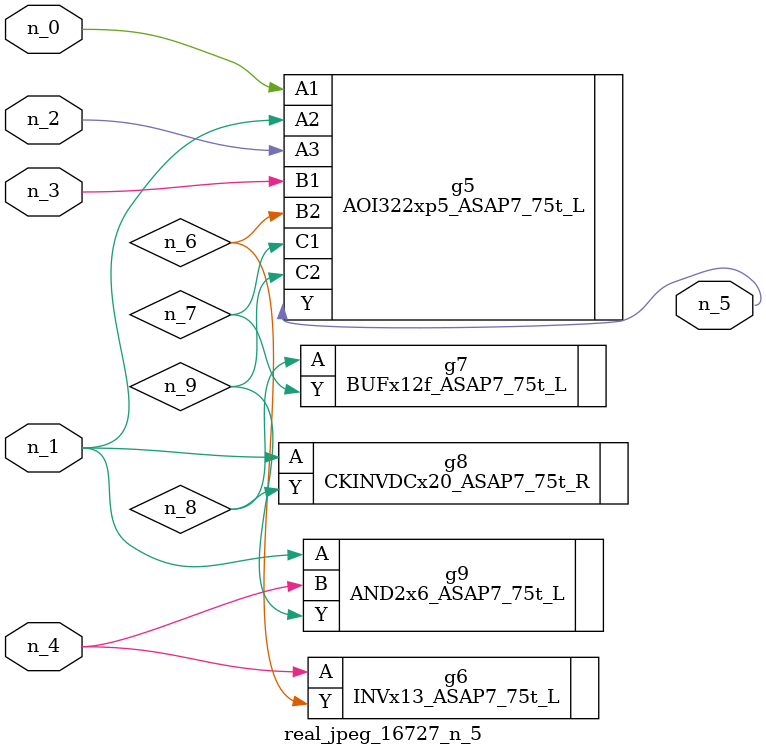
<source format=v>
module real_jpeg_16727_n_5 (n_4, n_0, n_1, n_2, n_3, n_5);

input n_4;
input n_0;
input n_1;
input n_2;
input n_3;

output n_5;

wire n_8;
wire n_6;
wire n_7;
wire n_9;

AOI322xp5_ASAP7_75t_L g5 ( 
.A1(n_0),
.A2(n_1),
.A3(n_2),
.B1(n_3),
.B2(n_6),
.C1(n_7),
.C2(n_9),
.Y(n_5)
);

CKINVDCx20_ASAP7_75t_R g8 ( 
.A(n_1),
.Y(n_8)
);

AND2x6_ASAP7_75t_L g9 ( 
.A(n_1),
.B(n_4),
.Y(n_9)
);

INVx13_ASAP7_75t_L g6 ( 
.A(n_4),
.Y(n_6)
);

BUFx12f_ASAP7_75t_L g7 ( 
.A(n_8),
.Y(n_7)
);


endmodule
</source>
